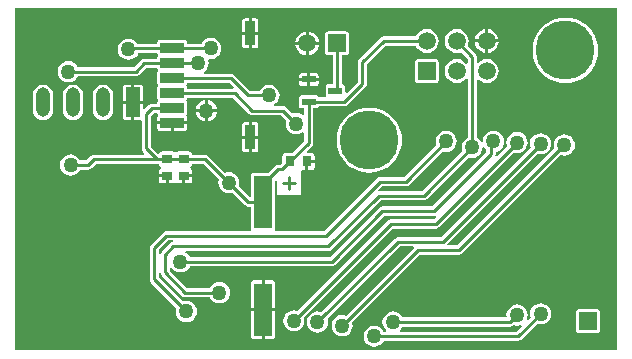
<source format=gtl>
G04 Layer_Physical_Order=1*
G04 Layer_Color=255*
%FSLAX25Y25*%
%MOIN*%
G70*
G01*
G75*
%ADD10R,0.04528X0.02362*%
%ADD11R,0.07874X0.03543*%
%ADD12R,0.03543X0.07874*%
%ADD13R,0.05905X0.17716*%
%ADD14R,0.03543X0.03150*%
%ADD15R,0.03150X0.03543*%
%ADD16C,0.01000*%
%ADD17C,0.19685*%
%ADD18R,0.04724X0.09842*%
%ADD19O,0.04724X0.09842*%
%ADD20R,0.05905X0.05905*%
%ADD21C,0.05905*%
%ADD22C,0.05000*%
G36*
X200787Y0D02*
X0D01*
Y114173D01*
X200787D01*
Y0D01*
D02*
G37*
%LPC*%
G36*
X9291Y88627D02*
X8414Y88512D01*
X7596Y88173D01*
X6893Y87634D01*
X6355Y86932D01*
X6016Y86114D01*
X5900Y85236D01*
Y80118D01*
X6016Y79240D01*
X6355Y78422D01*
X6893Y77720D01*
X7596Y77181D01*
X8414Y76842D01*
X9291Y76727D01*
X10169Y76842D01*
X10987Y77181D01*
X11689Y77720D01*
X12228Y78422D01*
X12567Y79240D01*
X12683Y80118D01*
Y85236D01*
X12567Y86114D01*
X12228Y86932D01*
X11689Y87634D01*
X10987Y88173D01*
X10169Y88512D01*
X9291Y88627D01*
D02*
G37*
G36*
X19291D02*
X18414Y88512D01*
X17596Y88173D01*
X16893Y87634D01*
X16354Y86932D01*
X16016Y86114D01*
X15900Y85236D01*
Y80118D01*
X16016Y79240D01*
X16354Y78422D01*
X16893Y77720D01*
X17596Y77181D01*
X18414Y76842D01*
X19291Y76727D01*
X20169Y76842D01*
X20987Y77181D01*
X21689Y77720D01*
X22228Y78422D01*
X22567Y79240D01*
X22683Y80118D01*
Y85236D01*
X22567Y86114D01*
X22228Y86932D01*
X21689Y87634D01*
X20987Y88173D01*
X20169Y88512D01*
X19291Y88627D01*
D02*
G37*
G36*
X99839Y62492D02*
X97744D01*
Y60201D01*
X98819D01*
X99209Y60278D01*
X99540Y60500D01*
X99761Y60830D01*
X99839Y61221D01*
Y62492D01*
D02*
G37*
G36*
X175197Y72428D02*
X174283Y72308D01*
X173432Y71955D01*
X172701Y71394D01*
X172140Y70663D01*
X171787Y69811D01*
X171667Y68898D01*
X171787Y67984D01*
X171885Y67748D01*
X141886Y37750D01*
X127559D01*
X126974Y37633D01*
X126478Y37302D01*
X101937Y12761D01*
X101701Y12859D01*
X100787Y12979D01*
X99874Y12859D01*
X99022Y12506D01*
X98291Y11945D01*
X97730Y11214D01*
X97378Y10362D01*
X97257Y9449D01*
X97378Y8535D01*
X97730Y7684D01*
X98291Y6953D01*
X99022Y6392D01*
X99874Y6039D01*
X100787Y5919D01*
X101701Y6039D01*
X102552Y6392D01*
X103284Y6953D01*
X103845Y7684D01*
X104197Y8535D01*
X104318Y9449D01*
X104197Y10362D01*
X104100Y10598D01*
X128192Y34691D01*
X132608D01*
X132816Y34191D01*
X110205Y11580D01*
X109969Y11678D01*
X109055Y11798D01*
X108141Y11678D01*
X107290Y11325D01*
X106559Y10764D01*
X105998Y10033D01*
X105645Y9181D01*
X105525Y8268D01*
X105645Y7354D01*
X105998Y6503D01*
X106559Y5771D01*
X107290Y5210D01*
X108141Y4858D01*
X109055Y4738D01*
X109969Y4858D01*
X110820Y5210D01*
X111551Y5771D01*
X112112Y6503D01*
X112465Y7354D01*
X112585Y8268D01*
X112465Y9181D01*
X112367Y9417D01*
X134886Y31935D01*
X148031D01*
X148617Y32052D01*
X149113Y32383D01*
X181922Y65192D01*
X182157Y65094D01*
X183071Y64974D01*
X183984Y65094D01*
X184836Y65447D01*
X185567Y66008D01*
X186128Y66739D01*
X186481Y67590D01*
X186601Y68504D01*
X186481Y69418D01*
X186128Y70269D01*
X185567Y71000D01*
X184836Y71561D01*
X183984Y71914D01*
X183071Y72034D01*
X182157Y71914D01*
X181306Y71561D01*
X180575Y71000D01*
X180014Y70269D01*
X179661Y69418D01*
X179541Y68504D01*
X179661Y67590D01*
X179759Y67355D01*
X147398Y34994D01*
X144163D01*
X143956Y35494D01*
X174048Y65585D01*
X174283Y65488D01*
X175197Y65367D01*
X176110Y65488D01*
X176962Y65840D01*
X177693Y66401D01*
X178254Y67133D01*
X178607Y67984D01*
X178727Y68898D01*
X178607Y69811D01*
X178254Y70663D01*
X177693Y71394D01*
X176962Y71955D01*
X176110Y72308D01*
X175197Y72428D01*
D02*
G37*
G36*
X38791Y88618D02*
X36929D01*
X36539Y88540D01*
X36208Y88319D01*
X35987Y87989D01*
X35910Y87598D01*
Y83177D01*
X38791D01*
Y88618D01*
D02*
G37*
G36*
X41653D02*
X39791D01*
Y83177D01*
X42673D01*
Y87598D01*
X42595Y87989D01*
X42375Y88319D01*
X42044Y88540D01*
X41653Y88618D01*
D02*
G37*
G36*
X29291Y88627D02*
X28414Y88512D01*
X27596Y88173D01*
X26893Y87634D01*
X26355Y86932D01*
X26016Y86114D01*
X25900Y85236D01*
Y80118D01*
X26016Y79240D01*
X26355Y78422D01*
X26893Y77720D01*
X27596Y77181D01*
X28414Y76842D01*
X29291Y76727D01*
X30169Y76842D01*
X30987Y77181D01*
X31689Y77720D01*
X32228Y78422D01*
X32567Y79240D01*
X32682Y80118D01*
Y85236D01*
X32567Y86114D01*
X32228Y86932D01*
X31689Y87634D01*
X30987Y88173D01*
X30169Y88512D01*
X29291Y88627D01*
D02*
G37*
G36*
X38791Y82177D02*
X35910D01*
Y77756D01*
X35987Y77366D01*
X36208Y77035D01*
X36539Y76814D01*
X36929Y76736D01*
X38791D01*
Y82177D01*
D02*
G37*
G36*
X118110Y80955D02*
X116409Y80821D01*
X114749Y80423D01*
X113173Y79769D01*
X111717Y78878D01*
X110420Y77769D01*
X109311Y76472D01*
X108420Y75016D01*
X107766Y73440D01*
X107368Y71780D01*
X107234Y70079D01*
X107368Y68377D01*
X107766Y66718D01*
X108420Y65141D01*
X109311Y63686D01*
X110420Y62388D01*
X111717Y61280D01*
X113173Y60388D01*
X114749Y59735D01*
X116409Y59337D01*
X118110Y59203D01*
X119812Y59337D01*
X121471Y59735D01*
X123048Y60388D01*
X124503Y61280D01*
X125801Y62388D01*
X126909Y63686D01*
X127801Y65141D01*
X128454Y66718D01*
X128852Y68377D01*
X128986Y70079D01*
X128852Y71780D01*
X128454Y73440D01*
X127801Y75016D01*
X126909Y76472D01*
X125801Y77769D01*
X124503Y78878D01*
X123048Y79769D01*
X121471Y80423D01*
X119812Y80821D01*
X118110Y80955D01*
D02*
G37*
G36*
X193898Y13815D02*
X187992D01*
X187602Y13737D01*
X187271Y13516D01*
X187050Y13185D01*
X186972Y12795D01*
Y6890D01*
X187050Y6500D01*
X187271Y6169D01*
X187602Y5948D01*
X187992Y5870D01*
X193898D01*
X194288Y5948D01*
X194619Y6169D01*
X194840Y6500D01*
X194917Y6890D01*
Y12795D01*
X194840Y13185D01*
X194619Y13516D01*
X194288Y13737D01*
X193898Y13815D01*
D02*
G37*
G36*
X175197Y15735D02*
X174283Y15615D01*
X173432Y15262D01*
X172701Y14701D01*
X172140Y13970D01*
X171787Y13118D01*
X171667Y12205D01*
X171787Y11291D01*
X171885Y11055D01*
X170954Y10125D01*
X170530Y10408D01*
X170733Y10897D01*
X170853Y11811D01*
X170733Y12725D01*
X170380Y13576D01*
X169819Y14307D01*
X169088Y14868D01*
X168236Y15221D01*
X167323Y15341D01*
X166409Y15221D01*
X165558Y14868D01*
X164827Y14307D01*
X164266Y13576D01*
X163913Y12725D01*
X163793Y11811D01*
X163853Y11354D01*
X163523Y10978D01*
X129139D01*
X129042Y11214D01*
X128481Y11945D01*
X127749Y12506D01*
X126898Y12859D01*
X125984Y12979D01*
X125071Y12859D01*
X124219Y12506D01*
X123488Y11945D01*
X122927Y11214D01*
X122574Y10362D01*
X122454Y9449D01*
X122574Y8535D01*
X122927Y7684D01*
X123488Y6953D01*
X123747Y6754D01*
X123577Y6254D01*
X122840D01*
X122742Y6489D01*
X122181Y7221D01*
X121450Y7782D01*
X120599Y8134D01*
X119685Y8255D01*
X118771Y8134D01*
X117920Y7782D01*
X117189Y7221D01*
X116628Y6489D01*
X116275Y5638D01*
X116155Y4724D01*
X116275Y3811D01*
X116628Y2959D01*
X117189Y2228D01*
X117920Y1667D01*
X118771Y1314D01*
X119685Y1194D01*
X120599Y1314D01*
X121450Y1667D01*
X122181Y2228D01*
X122742Y2959D01*
X122840Y3195D01*
X167717D01*
X168302Y3311D01*
X168798Y3643D01*
X174048Y8892D01*
X174283Y8795D01*
X175197Y8675D01*
X176110Y8795D01*
X176962Y9148D01*
X177693Y9708D01*
X178254Y10440D01*
X178607Y11291D01*
X178727Y12205D01*
X178607Y13118D01*
X178254Y13970D01*
X177693Y14701D01*
X176962Y15262D01*
X176110Y15615D01*
X175197Y15735D01*
D02*
G37*
G36*
X82177Y13083D02*
X78705D01*
Y4724D01*
X78782Y4334D01*
X79004Y4003D01*
X79334Y3782D01*
X79724Y3705D01*
X82177D01*
Y13083D01*
D02*
G37*
G36*
X86650D02*
X83177D01*
Y3705D01*
X85630D01*
X86020Y3782D01*
X86351Y4003D01*
X86572Y4334D01*
X86650Y4724D01*
Y13083D01*
D02*
G37*
G36*
X50287Y57768D02*
X47996D01*
Y56693D01*
X48074Y56303D01*
X48295Y55972D01*
X48626Y55751D01*
X49016Y55673D01*
X50287D01*
Y57768D01*
D02*
G37*
G36*
X59090D02*
X56799D01*
Y55673D01*
X58071D01*
X58461Y55751D01*
X58792Y55972D01*
X59013Y56303D01*
X59090Y56693D01*
Y57768D01*
D02*
G37*
G36*
X82177Y23460D02*
X79724D01*
X79334Y23383D01*
X79004Y23162D01*
X78782Y22831D01*
X78705Y22441D01*
Y14083D01*
X82177D01*
Y23460D01*
D02*
G37*
G36*
X85630D02*
X83177D01*
Y14083D01*
X86650D01*
Y22441D01*
X86572Y22831D01*
X86351Y23162D01*
X86020Y23383D01*
X85630Y23460D01*
D02*
G37*
G36*
X97433Y89854D02*
X94650D01*
Y89173D01*
X94727Y88783D01*
X94948Y88452D01*
X95279Y88231D01*
X95669Y88154D01*
X97433D01*
Y89854D01*
D02*
G37*
G36*
X96862Y106283D02*
X96330Y106213D01*
X95369Y105815D01*
X94543Y105181D01*
X93910Y104356D01*
X93511Y103394D01*
X93441Y102862D01*
X96862D01*
Y106283D01*
D02*
G37*
G36*
X81138Y105248D02*
X78847D01*
Y100791D01*
X80118D01*
X80508Y100869D01*
X80839Y101090D01*
X81060Y101421D01*
X81138Y101811D01*
Y105248D01*
D02*
G37*
G36*
X156744Y107071D02*
X156212Y107001D01*
X155251Y106602D01*
X154425Y105969D01*
X153791Y105143D01*
X153393Y104182D01*
X153323Y103650D01*
X156744D01*
Y107071D01*
D02*
G37*
G36*
X97862Y106283D02*
Y102862D01*
X101283D01*
X101213Y103394D01*
X100815Y104356D01*
X100181Y105181D01*
X99356Y105815D01*
X98394Y106213D01*
X97862Y106283D01*
D02*
G37*
G36*
X77846Y105248D02*
X75555D01*
Y101811D01*
X75633Y101421D01*
X75854Y101090D01*
X76185Y100869D01*
X76575Y100791D01*
X77846D01*
Y105248D01*
D02*
G37*
G36*
X147244Y107136D02*
X146212Y107001D01*
X145251Y106602D01*
X144425Y105969D01*
X143791Y105143D01*
X143393Y104182D01*
X143257Y103150D01*
X143393Y102118D01*
X143791Y101156D01*
X144425Y100330D01*
X145251Y99697D01*
X146212Y99299D01*
X147244Y99163D01*
X148276Y99299D01*
X148654Y99455D01*
X150833Y97276D01*
Y95787D01*
X150333Y95617D01*
X150063Y95969D01*
X149238Y96602D01*
X148276Y97001D01*
X147244Y97136D01*
X146212Y97001D01*
X145251Y96602D01*
X144425Y95969D01*
X143791Y95143D01*
X143393Y94182D01*
X143257Y93150D01*
X143393Y92118D01*
X143791Y91156D01*
X144425Y90330D01*
X145251Y89697D01*
X146212Y89299D01*
X147244Y89163D01*
X148276Y89299D01*
X149238Y89697D01*
X150063Y90330D01*
X150333Y90682D01*
X150833Y90512D01*
Y70871D01*
X150597Y70774D01*
X149866Y70213D01*
X149305Y69482D01*
X148952Y68630D01*
X148832Y67716D01*
X148952Y66803D01*
X149050Y66567D01*
X135587Y53104D01*
X121328D01*
X121205Y53267D01*
X121099Y53582D01*
X122287Y54770D01*
X130315D01*
X130900Y54886D01*
X131396Y55218D01*
X142551Y66373D01*
X142787Y66275D01*
X143701Y66155D01*
X144615Y66275D01*
X145466Y66628D01*
X146197Y67189D01*
X146758Y67920D01*
X147111Y68771D01*
X147231Y69685D01*
X147111Y70599D01*
X146758Y71450D01*
X146197Y72181D01*
X145466Y72742D01*
X144615Y73095D01*
X143701Y73215D01*
X142787Y73095D01*
X141936Y72742D01*
X141205Y72181D01*
X140644Y71450D01*
X140291Y70599D01*
X140171Y69685D01*
X140291Y68771D01*
X140389Y68536D01*
X129682Y57829D01*
X121653D01*
X121068Y57712D01*
X120572Y57381D01*
X102910Y39718D01*
X86878D01*
X86615Y40099D01*
X86583Y40218D01*
X86650Y40551D01*
Y56861D01*
X86689Y56887D01*
X87189Y56620D01*
Y51875D01*
X95187D01*
Y59430D01*
X95187Y59787D01*
X95541Y60226D01*
X95590Y60217D01*
X95669Y60201D01*
X96744D01*
Y62992D01*
X97244D01*
Y63492D01*
X99839D01*
Y64764D01*
X99761Y65154D01*
X99540Y65485D01*
X99209Y65706D01*
X98819Y65783D01*
X97340D01*
X97148Y66245D01*
X99015Y68111D01*
X99346Y68608D01*
X99462Y69193D01*
Y80673D01*
X100197D01*
X100587Y80751D01*
X100918Y80972D01*
X101139Y81303D01*
X101147Y81345D01*
X109646D01*
X110231Y81461D01*
X110727Y81793D01*
X116830Y87895D01*
X117161Y88391D01*
X117277Y88976D01*
Y95429D01*
X123468Y101620D01*
X133599D01*
X133791Y101156D01*
X134425Y100330D01*
X135251Y99697D01*
X136212Y99299D01*
X137244Y99163D01*
X138276Y99299D01*
X139237Y99697D01*
X140063Y100330D01*
X140697Y101156D01*
X141095Y102118D01*
X141231Y103150D01*
X141095Y104182D01*
X140697Y105143D01*
X140063Y105969D01*
X139237Y106602D01*
X138276Y107001D01*
X137244Y107136D01*
X136212Y107001D01*
X135251Y106602D01*
X134425Y105969D01*
X133791Y105143D01*
X133599Y104679D01*
X122835D01*
X122249Y104563D01*
X121753Y104231D01*
X114667Y97144D01*
X114335Y96648D01*
X114219Y96063D01*
Y89610D01*
X110537Y85928D01*
X110075Y86119D01*
Y87795D01*
X109997Y88186D01*
X109776Y88516D01*
X109445Y88737D01*
X109055Y88815D01*
X108892D01*
Y98390D01*
X110315D01*
X110705Y98467D01*
X111036Y98689D01*
X111257Y99019D01*
X111335Y99410D01*
Y105315D01*
X111257Y105705D01*
X111036Y106036D01*
X110705Y106257D01*
X110315Y106334D01*
X104409D01*
X104019Y106257D01*
X103689Y106036D01*
X103468Y105705D01*
X103390Y105315D01*
Y99410D01*
X103468Y99019D01*
X103689Y98689D01*
X104019Y98467D01*
X104409Y98390D01*
X105833D01*
Y88815D01*
X104527D01*
X104137Y88737D01*
X103807Y88516D01*
X103586Y88186D01*
X103508Y87795D01*
Y85433D01*
X103586Y85043D01*
X103679Y84903D01*
X103437Y84403D01*
X101147D01*
X101139Y84445D01*
X100918Y84776D01*
X100587Y84997D01*
X100197Y85075D01*
X95669D01*
X95279Y84997D01*
X94948Y84776D01*
X94727Y84445D01*
X94650Y84055D01*
Y81693D01*
X94727Y81303D01*
X94948Y80972D01*
X95279Y80751D01*
X95669Y80673D01*
X96404D01*
Y78558D01*
X95904Y78312D01*
X95466Y78648D01*
X94614Y79001D01*
X93701Y79121D01*
X92787Y79001D01*
X92551Y78903D01*
X90452Y81003D01*
X89955Y81334D01*
X89370Y81451D01*
X86434D01*
X86335Y81951D01*
X86411Y81982D01*
X87142Y82543D01*
X87703Y83274D01*
X88056Y84126D01*
X88176Y85039D01*
X88056Y85953D01*
X87703Y86804D01*
X87142Y87536D01*
X86411Y88097D01*
X85559Y88449D01*
X84646Y88570D01*
X83732Y88449D01*
X82881Y88097D01*
X82149Y87536D01*
X81588Y86804D01*
X81491Y86569D01*
X78350D01*
X73129Y91790D01*
X72632Y92122D01*
X72047Y92238D01*
X62991D01*
X62862Y92738D01*
X63481Y93212D01*
X64042Y93944D01*
X64394Y94795D01*
X64514Y95709D01*
X64394Y96622D01*
X64321Y96800D01*
X64672Y97258D01*
X65276Y97179D01*
X66189Y97299D01*
X67041Y97651D01*
X67772Y98212D01*
X68333Y98944D01*
X68686Y99795D01*
X68806Y100709D01*
X68686Y101622D01*
X68333Y102474D01*
X67772Y103205D01*
X67041Y103766D01*
X66189Y104119D01*
X65276Y104239D01*
X64362Y104119D01*
X63511Y103766D01*
X62779Y103205D01*
X62218Y102474D01*
X62121Y102238D01*
X57319D01*
Y102598D01*
X57241Y102989D01*
X57020Y103319D01*
X56689Y103540D01*
X56299Y103618D01*
X48425D01*
X48035Y103540D01*
X47704Y103319D01*
X47483Y102989D01*
X47406Y102598D01*
Y102238D01*
X40792D01*
X40292Y102890D01*
X39560Y103451D01*
X38709Y103804D01*
X37795Y103924D01*
X36882Y103804D01*
X36030Y103451D01*
X35299Y102890D01*
X34738Y102159D01*
X34385Y101307D01*
X34265Y100394D01*
X34385Y99480D01*
X34738Y98629D01*
X35299Y97897D01*
X36030Y97337D01*
X36882Y96984D01*
X37795Y96864D01*
X38709Y96984D01*
X39560Y97337D01*
X40292Y97897D01*
X40852Y98629D01*
X41081Y99179D01*
X47406D01*
Y99055D01*
X47483Y98665D01*
X47704Y98334D01*
Y98319D01*
X47483Y97989D01*
X47406Y97598D01*
Y97238D01*
X42953D01*
X42368Y97122D01*
X41871Y96790D01*
X39524Y94443D01*
X20871D01*
X20774Y94678D01*
X20213Y95410D01*
X19482Y95971D01*
X18630Y96323D01*
X17717Y96444D01*
X16803Y96323D01*
X15951Y95971D01*
X15220Y95410D01*
X14659Y94678D01*
X14307Y93827D01*
X14186Y92913D01*
X14307Y92000D01*
X14659Y91148D01*
X15220Y90417D01*
X15951Y89856D01*
X16803Y89504D01*
X17717Y89383D01*
X18630Y89504D01*
X19482Y89856D01*
X20213Y90417D01*
X20774Y91148D01*
X20871Y91384D01*
X40157D01*
X40743Y91500D01*
X41239Y91832D01*
X43586Y94179D01*
X47406D01*
Y94055D01*
X47483Y93665D01*
X47704Y93334D01*
Y93319D01*
X47483Y92989D01*
X47406Y92598D01*
Y89055D01*
X47483Y88665D01*
X47704Y88334D01*
Y88319D01*
X47483Y87989D01*
X47406Y87598D01*
Y84055D01*
X47483Y83665D01*
X47704Y83334D01*
Y83319D01*
X47483Y82989D01*
X47406Y82598D01*
Y82238D01*
X45669D01*
X45084Y82122D01*
X44588Y81790D01*
X43135Y80337D01*
X42673Y80529D01*
Y82177D01*
X39791D01*
Y76736D01*
X41653D01*
X41671Y76740D01*
X42171Y76344D01*
Y67323D01*
X42288Y66738D01*
X42619Y66241D01*
X43090Y65771D01*
X42898Y65309D01*
X26378D01*
X25793Y65193D01*
X25297Y64861D01*
X23776Y63340D01*
X21659D01*
X21561Y63576D01*
X21000Y64307D01*
X20269Y64868D01*
X19418Y65221D01*
X18504Y65341D01*
X17590Y65221D01*
X16739Y64868D01*
X16008Y64307D01*
X15447Y63576D01*
X15094Y62725D01*
X14974Y61811D01*
X15094Y60897D01*
X15447Y60046D01*
X16008Y59315D01*
X16739Y58754D01*
X17590Y58401D01*
X18504Y58281D01*
X19418Y58401D01*
X20269Y58754D01*
X21000Y59315D01*
X21561Y60046D01*
X21659Y60282D01*
X24409D01*
X24995Y60398D01*
X25491Y60730D01*
X27011Y62250D01*
X47996D01*
Y62205D01*
X48074Y61814D01*
X48295Y61484D01*
X48589Y61287D01*
X48618Y61024D01*
X48589Y60760D01*
X48295Y60563D01*
X48074Y60233D01*
X47996Y59842D01*
Y58768D01*
X50788D01*
Y58268D01*
X51288D01*
Y55673D01*
X52559D01*
X52949Y55751D01*
X53280Y55972D01*
X53807D01*
X54137Y55751D01*
X54527Y55673D01*
X55799D01*
Y58268D01*
X56299D01*
Y58768D01*
X59090D01*
Y59842D01*
X59013Y60233D01*
X58792Y60563D01*
X58497Y60760D01*
X58469Y61024D01*
X58497Y61287D01*
X58792Y61484D01*
X59013Y61814D01*
X59090Y62205D01*
Y62250D01*
X62752D01*
X67948Y57055D01*
X67850Y56819D01*
X67730Y55905D01*
X67850Y54992D01*
X68203Y54140D01*
X68764Y53409D01*
X69495Y52848D01*
X70346Y52496D01*
X71260Y52375D01*
X72174Y52496D01*
X72409Y52593D01*
X76674Y48328D01*
X77171Y47997D01*
X77756Y47880D01*
X78705D01*
Y40551D01*
X78771Y40218D01*
X78740Y40099D01*
X78477Y39718D01*
X50394D01*
X49808Y39602D01*
X49312Y39270D01*
X45296Y35255D01*
X44965Y34758D01*
X44849Y34173D01*
Y23701D01*
X44965Y23115D01*
X45296Y22619D01*
X53774Y14141D01*
X53677Y13906D01*
X53556Y12992D01*
X53677Y12078D01*
X54029Y11227D01*
X54590Y10496D01*
X55322Y9935D01*
X56173Y9582D01*
X57087Y9462D01*
X58000Y9582D01*
X58852Y9935D01*
X59583Y10496D01*
X60144Y11227D01*
X60496Y12078D01*
X60617Y12992D01*
X60496Y13906D01*
X60144Y14757D01*
X59583Y15488D01*
X58852Y16049D01*
X58000Y16402D01*
X57087Y16522D01*
X56173Y16402D01*
X55937Y16304D01*
X47907Y24334D01*
Y33540D01*
X51027Y36660D01*
X52629D01*
X52678Y36160D01*
X52171Y36059D01*
X51674Y35727D01*
X48919Y32971D01*
X48587Y32475D01*
X48471Y31890D01*
Y25984D01*
X48587Y25399D01*
X48919Y24903D01*
X55611Y18210D01*
X56108Y17878D01*
X56693Y17762D01*
X64955D01*
X65053Y17526D01*
X65614Y16795D01*
X66345Y16234D01*
X67197Y15881D01*
X68110Y15761D01*
X69024Y15881D01*
X69875Y16234D01*
X70606Y16795D01*
X71167Y17526D01*
X71520Y18378D01*
X71640Y19291D01*
X71520Y20205D01*
X71167Y21057D01*
X70606Y21788D01*
X69875Y22349D01*
X69024Y22701D01*
X68110Y22821D01*
X67197Y22701D01*
X66345Y22349D01*
X65614Y21788D01*
X65053Y21057D01*
X64955Y20821D01*
X57326D01*
X51529Y26618D01*
Y27739D01*
X52029Y27839D01*
X52061Y27762D01*
X52622Y27031D01*
X53353Y26470D01*
X54204Y26118D01*
X55118Y25997D01*
X56032Y26118D01*
X56883Y26470D01*
X57614Y27031D01*
X58175Y27762D01*
X58273Y27998D01*
X105512D01*
X106097Y28115D01*
X106593Y28446D01*
X123074Y44927D01*
X139764D01*
X140170Y45008D01*
X140416Y44547D01*
X139524Y43655D01*
X125197D01*
X124612Y43539D01*
X124115Y43207D01*
X94063Y13155D01*
X93827Y13252D01*
X92913Y13373D01*
X92000Y13252D01*
X91148Y12900D01*
X90417Y12339D01*
X89856Y11608D01*
X89504Y10756D01*
X89383Y9843D01*
X89504Y8929D01*
X89856Y8077D01*
X90417Y7346D01*
X91148Y6785D01*
X92000Y6433D01*
X92913Y6312D01*
X93827Y6433D01*
X94678Y6785D01*
X95410Y7346D01*
X95971Y8077D01*
X96323Y8929D01*
X96444Y9843D01*
X96323Y10756D01*
X96226Y10992D01*
X125830Y40597D01*
X140157D01*
X140743Y40713D01*
X141239Y41045D01*
X166173Y65979D01*
X166409Y65881D01*
X167323Y65761D01*
X168236Y65881D01*
X169088Y66234D01*
X169819Y66795D01*
X170380Y67526D01*
X170733Y68378D01*
X170853Y69291D01*
X170733Y70205D01*
X170380Y71056D01*
X169819Y71788D01*
X169088Y72349D01*
X168236Y72701D01*
X167323Y72821D01*
X166409Y72701D01*
X165558Y72349D01*
X164827Y71788D01*
X164266Y71056D01*
X163913Y70205D01*
X163793Y69291D01*
X163913Y68378D01*
X164011Y68142D01*
X160571Y64702D01*
X160110Y64949D01*
X160191Y65354D01*
Y66252D01*
X160363Y66275D01*
X161214Y66628D01*
X161945Y67189D01*
X162506Y67920D01*
X162859Y68771D01*
X162979Y69685D01*
X162859Y70599D01*
X162506Y71450D01*
X161945Y72181D01*
X161214Y72742D01*
X160363Y73095D01*
X159449Y73215D01*
X158535Y73095D01*
X157684Y72742D01*
X156953Y72181D01*
X156392Y71450D01*
X156039Y70599D01*
X155919Y69685D01*
X155938Y69536D01*
X155451Y69405D01*
X155419Y69482D01*
X154858Y70213D01*
X154127Y70774D01*
X153892Y70871D01*
Y90248D01*
X154365Y90408D01*
X154425Y90330D01*
X155251Y89697D01*
X156212Y89299D01*
X157244Y89163D01*
X158276Y89299D01*
X159238Y89697D01*
X160063Y90330D01*
X160697Y91156D01*
X161095Y92118D01*
X161231Y93150D01*
X161095Y94182D01*
X160697Y95143D01*
X160063Y95969D01*
X159238Y96602D01*
X158276Y97001D01*
X157244Y97136D01*
X156212Y97001D01*
X155251Y96602D01*
X154425Y95969D01*
X154365Y95891D01*
X153892Y96051D01*
Y97909D01*
X153775Y98495D01*
X153444Y98991D01*
X150867Y101567D01*
X151095Y102118D01*
X151231Y103150D01*
X151095Y104182D01*
X150697Y105143D01*
X150063Y105969D01*
X149238Y106602D01*
X148276Y107001D01*
X147244Y107136D01*
D02*
G37*
G36*
X156744Y102650D02*
X153323D01*
X153393Y102118D01*
X153791Y101156D01*
X154425Y100330D01*
X155251Y99697D01*
X156212Y99299D01*
X156744Y99229D01*
Y102650D01*
D02*
G37*
G36*
X161165D02*
X157744D01*
Y99229D01*
X158276Y99299D01*
X159238Y99697D01*
X160063Y100330D01*
X160697Y101156D01*
X161095Y102118D01*
X161165Y102650D01*
D02*
G37*
G36*
X101283Y101862D02*
X97862D01*
Y98441D01*
X98394Y98511D01*
X99356Y98909D01*
X100181Y99543D01*
X100815Y100369D01*
X101213Y101330D01*
X101283Y101862D01*
D02*
G37*
G36*
X157744Y107071D02*
Y103650D01*
X161165D01*
X161095Y104182D01*
X160697Y105143D01*
X160063Y105969D01*
X159238Y106602D01*
X158276Y107001D01*
X157744Y107071D01*
D02*
G37*
G36*
X77846Y110705D02*
X76575D01*
X76185Y110627D01*
X75854Y110406D01*
X75633Y110075D01*
X75555Y109685D01*
Y106248D01*
X77846D01*
Y110705D01*
D02*
G37*
G36*
X140197Y97122D02*
X134291D01*
X133901Y97044D01*
X133570Y96823D01*
X133349Y96492D01*
X133272Y96102D01*
Y90197D01*
X133349Y89807D01*
X133570Y89476D01*
X133901Y89255D01*
X134291Y89177D01*
X140197D01*
X140587Y89255D01*
X140918Y89476D01*
X141139Y89807D01*
X141216Y90197D01*
Y96102D01*
X141139Y96492D01*
X140918Y96823D01*
X140587Y97044D01*
X140197Y97122D01*
D02*
G37*
G36*
X80118Y110705D02*
X78847D01*
Y106248D01*
X81138D01*
Y109685D01*
X81060Y110075D01*
X80839Y110406D01*
X80508Y110627D01*
X80118Y110705D01*
D02*
G37*
G36*
X101216Y89854D02*
X98433D01*
Y88154D01*
X100197D01*
X100587Y88231D01*
X100918Y88452D01*
X101139Y88783D01*
X101216Y89173D01*
Y89854D01*
D02*
G37*
G36*
X183465Y110876D02*
X181763Y110742D01*
X180104Y110344D01*
X178527Y109691D01*
X177072Y108799D01*
X175774Y107691D01*
X174666Y106393D01*
X173774Y104938D01*
X173121Y103361D01*
X172722Y101701D01*
X172589Y100000D01*
X172722Y98299D01*
X173121Y96639D01*
X173774Y95062D01*
X174666Y93607D01*
X175774Y92309D01*
X177072Y91201D01*
X178527Y90309D01*
X180104Y89656D01*
X181763Y89258D01*
X183465Y89124D01*
X185166Y89258D01*
X186826Y89656D01*
X188402Y90309D01*
X189857Y91201D01*
X191155Y92309D01*
X192263Y93607D01*
X193155Y95062D01*
X193808Y96639D01*
X194207Y98299D01*
X194341Y100000D01*
X194207Y101701D01*
X193808Y103361D01*
X193155Y104938D01*
X192263Y106393D01*
X191155Y107691D01*
X189857Y108799D01*
X188402Y109691D01*
X186826Y110344D01*
X185166Y110742D01*
X183465Y110876D01*
D02*
G37*
G36*
X96862Y101862D02*
X93441D01*
X93511Y101330D01*
X93910Y100369D01*
X94543Y99543D01*
X95369Y98909D01*
X96330Y98511D01*
X96862Y98441D01*
Y101862D01*
D02*
G37*
G36*
X100197Y92555D02*
X98433D01*
Y90854D01*
X101216D01*
Y91535D01*
X101139Y91926D01*
X100918Y92256D01*
X100587Y92477D01*
X100197Y92555D01*
D02*
G37*
G36*
X97433D02*
X95669D01*
X95279Y92477D01*
X94948Y92256D01*
X94727Y91926D01*
X94650Y91535D01*
Y90854D01*
X97433D01*
Y92555D01*
D02*
G37*
%LPD*%
G36*
X169009Y8180D02*
X167083Y6254D01*
X128391D01*
X128221Y6754D01*
X128481Y6953D01*
X129042Y7684D01*
X129139Y7919D01*
X164961D01*
X165546Y8036D01*
X166042Y8367D01*
X166174Y8499D01*
X166409Y8401D01*
X167323Y8281D01*
X168236Y8401D01*
X168726Y8604D01*
X169009Y8180D01*
D02*
G37*
G36*
X72855Y87738D02*
X72648Y87238D01*
X57319D01*
Y87598D01*
X57241Y87989D01*
X57020Y88319D01*
Y88334D01*
X57241Y88665D01*
X57319Y89055D01*
Y89179D01*
X71414D01*
X72855Y87738D01*
D02*
G37*
G36*
X156392Y67920D02*
X156953Y67189D01*
X157132Y67051D01*
Y65988D01*
X139130Y47986D01*
X122441D01*
X121856Y47870D01*
X121360Y47538D01*
X104878Y31057D01*
X58273D01*
X58175Y31293D01*
X57614Y32024D01*
X56883Y32585D01*
X56807Y32616D01*
X56907Y33116D01*
X104331D01*
X104916Y33233D01*
X105412Y33564D01*
X121893Y50045D01*
X136221D01*
X136806Y50162D01*
X137302Y50493D01*
X151213Y64404D01*
X151449Y64307D01*
X152362Y64186D01*
X153276Y64307D01*
X154127Y64659D01*
X154858Y65220D01*
X155419Y65951D01*
X155772Y66803D01*
X155892Y67716D01*
X155873Y67866D01*
X156360Y67997D01*
X156392Y67920D01*
D02*
G37*
G36*
X78052Y78840D02*
X78549Y78508D01*
X79134Y78392D01*
X88737D01*
X90389Y76740D01*
X90291Y76504D01*
X90171Y75590D01*
X90291Y74677D01*
X90644Y73826D01*
X91205Y73094D01*
X91936Y72533D01*
X92787Y72181D01*
X93701Y72060D01*
X94614Y72181D01*
X95466Y72533D01*
X95904Y72869D01*
X96404Y72623D01*
Y69826D01*
X92361Y65783D01*
X90158D01*
X89767Y65706D01*
X89437Y65485D01*
X89215Y65154D01*
X89138Y64764D01*
Y62561D01*
X88481Y61903D01*
X87567D01*
X86982Y61787D01*
X86486Y61455D01*
X84318Y59287D01*
X79724D01*
X79334Y59210D01*
X79004Y58989D01*
X78782Y58658D01*
X78705Y58268D01*
Y51331D01*
X78205Y51123D01*
X74572Y54756D01*
X74670Y54992D01*
X74790Y55905D01*
X74670Y56819D01*
X74317Y57671D01*
X73756Y58402D01*
X73025Y58963D01*
X72174Y59315D01*
X71260Y59436D01*
X70346Y59315D01*
X70110Y59218D01*
X64467Y64861D01*
X63971Y65193D01*
X63386Y65309D01*
X59090D01*
Y65354D01*
X59013Y65745D01*
X58792Y66075D01*
X58461Y66296D01*
X58071Y66374D01*
X54527D01*
X54137Y66296D01*
X53807Y66075D01*
X53280D01*
X52949Y66296D01*
X52559Y66374D01*
X49016D01*
X48626Y66296D01*
X48295Y66075D01*
X48104Y65790D01*
X48015Y65733D01*
X47544Y65643D01*
X45230Y67956D01*
Y78107D01*
X46303Y79179D01*
X47406D01*
Y79055D01*
X47483Y78665D01*
X47704Y78334D01*
Y78319D01*
X47483Y77989D01*
X47406Y77598D01*
Y76327D01*
X52362D01*
X57319D01*
Y77598D01*
X57241Y77989D01*
X57020Y78319D01*
Y78334D01*
X57241Y78665D01*
X57319Y79055D01*
Y82598D01*
X57241Y82989D01*
X57020Y83319D01*
Y83334D01*
X57241Y83665D01*
X57319Y84055D01*
Y84179D01*
X72713D01*
X78052Y78840D01*
D02*
G37*
%LPC*%
G36*
X63279Y79421D02*
X60315D01*
X60370Y79008D01*
X60722Y78156D01*
X61283Y77425D01*
X62014Y76864D01*
X62866Y76511D01*
X63279Y76457D01*
Y79421D01*
D02*
G37*
G36*
X57319Y75327D02*
X52862D01*
Y73036D01*
X56299D01*
X56689Y73113D01*
X57020Y73334D01*
X57241Y73665D01*
X57319Y74055D01*
Y75327D01*
D02*
G37*
G36*
X67244Y79421D02*
X64280D01*
Y76457D01*
X64693Y76511D01*
X65545Y76864D01*
X66276Y77425D01*
X66837Y78156D01*
X67189Y79008D01*
X67244Y79421D01*
D02*
G37*
G36*
X64280Y83386D02*
Y80421D01*
X67244D01*
X67189Y80835D01*
X66837Y81686D01*
X66276Y82418D01*
X65545Y82978D01*
X64693Y83331D01*
X64280Y83386D01*
D02*
G37*
G36*
X63279D02*
X62866Y83331D01*
X62014Y82978D01*
X61283Y82418D01*
X60722Y81686D01*
X60370Y80835D01*
X60315Y80421D01*
X63279D01*
Y83386D01*
D02*
G37*
G36*
X81138Y70602D02*
X78847D01*
Y66146D01*
X80118D01*
X80508Y66223D01*
X80839Y66444D01*
X81060Y66775D01*
X81138Y67165D01*
Y70602D01*
D02*
G37*
G36*
X77846D02*
X75555D01*
Y67165D01*
X75633Y66775D01*
X75854Y66444D01*
X76185Y66223D01*
X76575Y66146D01*
X77846D01*
Y70602D01*
D02*
G37*
G36*
Y76059D02*
X76575D01*
X76185Y75981D01*
X75854Y75760D01*
X75633Y75429D01*
X75555Y75039D01*
Y71602D01*
X77846D01*
Y76059D01*
D02*
G37*
G36*
X51862Y75327D02*
X47406D01*
Y74055D01*
X47483Y73665D01*
X47704Y73334D01*
X48035Y73113D01*
X48425Y73036D01*
X51862D01*
Y75327D01*
D02*
G37*
G36*
X80118Y76059D02*
X78847D01*
Y71602D01*
X81138D01*
Y75039D01*
X81060Y75429D01*
X80839Y75760D01*
X80508Y75981D01*
X80118Y76059D01*
D02*
G37*
%LPD*%
D10*
X97933Y90354D02*
D03*
Y82874D02*
D03*
X106791Y86614D02*
D03*
D11*
X52362Y75827D02*
D03*
Y80827D02*
D03*
Y85827D02*
D03*
Y90827D02*
D03*
Y95827D02*
D03*
Y100827D02*
D03*
D12*
X78347Y71102D02*
D03*
Y105748D02*
D03*
D13*
X82677Y49409D02*
D03*
Y13583D02*
D03*
D14*
X56299Y63779D02*
D03*
Y58268D02*
D03*
X50787Y63779D02*
D03*
Y58268D02*
D03*
D15*
X91732Y62992D02*
D03*
X97244D02*
D03*
D16*
X42953Y95709D02*
X60984D01*
X38110Y100709D02*
X65276D01*
X51181Y85709D02*
X73347D01*
X51181Y90709D02*
X72047D01*
X100787Y9449D02*
X127559Y36220D01*
X130315Y56299D02*
X143701Y69685D01*
X121653Y56299D02*
X130315D01*
X103543Y38189D02*
X121653Y56299D01*
X50394Y38189D02*
X103543D01*
X104331Y34646D02*
X121260Y51575D01*
X52756Y34646D02*
X104331D01*
X46378Y34173D02*
X50394Y38189D01*
X46378Y23701D02*
Y34173D01*
Y23701D02*
X57087Y12992D01*
X50000Y25984D02*
X56693Y19291D01*
X50000Y25984D02*
Y31890D01*
X52756Y34646D01*
X136221Y51575D02*
X152362Y67716D01*
X121260Y51575D02*
X136221D01*
X122441Y46457D02*
X139764D01*
X105512Y29528D02*
X122441Y46457D01*
X55118Y29528D02*
X105512D01*
X56693Y19291D02*
X68110D01*
X139764Y46457D02*
X158661Y65354D01*
X140157Y42126D02*
X167323Y69291D01*
X142520Y36220D02*
X175197Y68898D01*
X148031Y33465D02*
X183071Y68504D01*
X134252Y33465D02*
X148031D01*
X125197Y42126D02*
X140157D01*
X127559Y36220D02*
X142520D01*
X92913Y9843D02*
X125197Y42126D01*
X109055Y8268D02*
X134252Y33465D01*
X158661Y65354D02*
Y68898D01*
X159449Y69685D01*
X119685Y4724D02*
X167717D01*
X125984Y9449D02*
X164961D01*
X167717Y4724D02*
X175197Y12205D01*
X164961Y9449D02*
X167323Y11811D01*
X152362Y67716D02*
Y97909D01*
X147244Y103027D02*
X152362Y97909D01*
X147244Y103027D02*
Y103150D01*
X77716Y85039D02*
X84646D01*
X18504Y61811D02*
X24409D01*
X26378Y63779D01*
X47244D01*
X50787D02*
X56299D01*
X47244D02*
X50787D01*
X56299D02*
X63386D01*
X107362Y87185D02*
Y102362D01*
X106791Y86614D02*
X107362Y87185D01*
X87567Y60374D02*
X89114D01*
X43701Y67323D02*
Y78740D01*
X45669Y80709D01*
X51181D01*
X115748Y96063D02*
X122835Y103150D01*
X137244D01*
X37795Y100394D02*
X38110Y100709D01*
X40157Y92913D02*
X42953Y95709D01*
X17717Y92913D02*
X40157D01*
X63386Y63779D02*
X71260Y55905D01*
X115748Y88976D02*
Y96063D01*
X109646Y82874D02*
X115748Y88976D01*
X97933Y82874D02*
X109646D01*
X97933Y69193D02*
Y82874D01*
X77756Y49409D02*
X82677D01*
Y55484D02*
X87567Y60374D01*
X72047Y90709D02*
X77716Y85039D01*
X73347Y85709D02*
X79134Y79921D01*
X89370D01*
X93701Y75590D01*
X71260Y55905D02*
X77756Y49409D01*
X82677Y51181D02*
Y55484D01*
X43701Y67323D02*
X47244Y63779D01*
X89114Y60374D02*
X91732Y62992D01*
X97933Y69193D01*
X91188Y57874D02*
Y53875D01*
X93187Y55875D02*
X89189D01*
D17*
X118110Y70079D02*
D03*
X183465Y100000D02*
D03*
D18*
X39291Y82677D02*
D03*
D19*
X29291D02*
D03*
X19291D02*
D03*
X9291D02*
D03*
D20*
X107362Y102362D02*
D03*
X190945Y9843D02*
D03*
X137244Y93150D02*
D03*
D21*
X97362Y102362D02*
D03*
X157244Y103150D02*
D03*
Y93150D02*
D03*
X147244Y103150D02*
D03*
Y93150D02*
D03*
X137244Y103150D02*
D03*
D22*
X63779Y79921D02*
D03*
X143701Y69685D02*
D03*
X57087Y12992D02*
D03*
X68110Y19291D02*
D03*
X100787Y9449D02*
D03*
X109055Y8268D02*
D03*
X92913Y9843D02*
D03*
X55118Y29528D02*
D03*
X159449Y69685D02*
D03*
X167323Y69291D02*
D03*
X175197Y68898D02*
D03*
X183071Y68504D02*
D03*
X119685Y4724D02*
D03*
X175197Y12205D02*
D03*
X125984Y9449D02*
D03*
X167323Y11811D02*
D03*
X152362Y67716D02*
D03*
X84646Y85039D02*
D03*
X18504Y61811D02*
D03*
X71260Y55905D02*
D03*
X37795Y100394D02*
D03*
X17717Y92913D02*
D03*
X60984Y95709D02*
D03*
X65276Y100709D02*
D03*
X93701Y75590D02*
D03*
M02*

</source>
